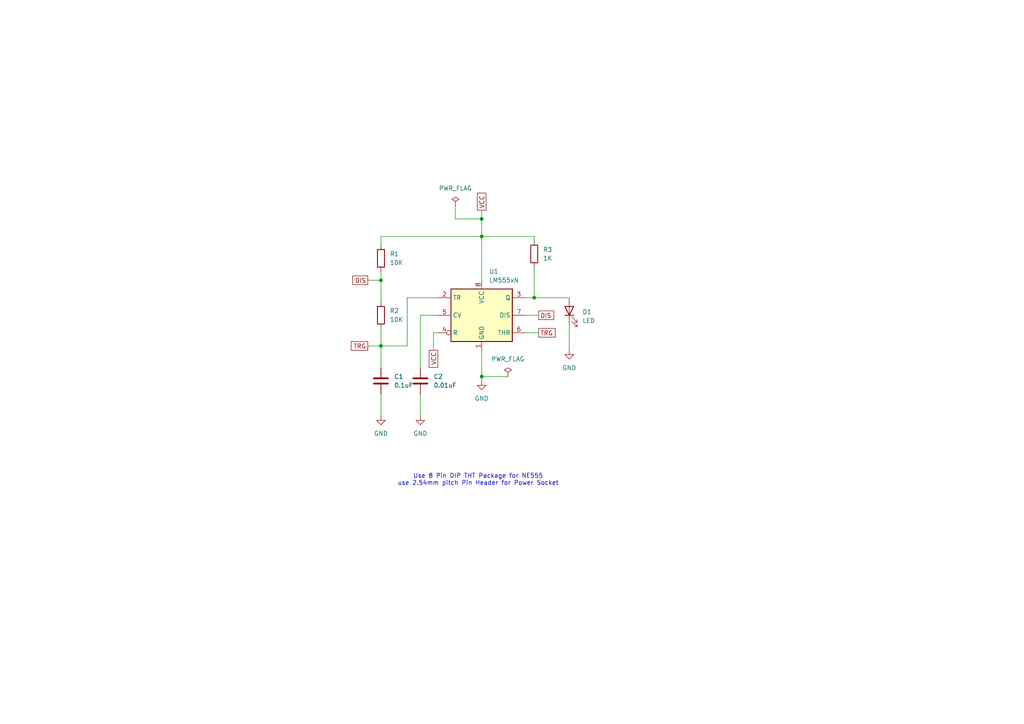
<source format=kicad_sch>
(kicad_sch (version 20250114) (generator "eeschema") (generator_version "9.0")
  (paper "A4")
  (lib_symbols
    (symbol "Device:C" (pin_numbers (hide yes)) (pin_names (offset 0.254))
      (property "Reference" "C" (at 0.635 2.54 0))
      (property "Value" "C" (at 0.635 -2.54 0))
      (symbol "C_0_1"
        (polyline (pts (xy -2.032 0.762) (xy 2.032 0.762)) (stroke (width 0.508)))
        (polyline (pts (xy -2.032 -0.762) (xy 2.032 -0.762)) (stroke (width 0.508)))
      )
      (symbol "C_1_1"
        (pin passive line (at 0 3.81 270) (length 2.794) (name "~") (number "1"))
        (pin passive line (at 0 -3.81 90) (length 2.794) (name "~") (number "2"))
      )
    )
    (symbol "Device:LED" (pin_numbers (hide yes)) (pin_names (offset 1.016) (hide yes))
      (property "Reference" "D" (at 0 2.54 0))
      (property "Value" "LED" (at 0 -2.54 0))
      (symbol "LED_0_1"
        (polyline (pts (xy -3.048 -0.762) (xy -4.572 -2.286) (xy -3.81 -2.286) (xy -4.572 -2.286) (xy -4.572 -1.524)))
        (polyline (pts (xy -1.778 -0.762) (xy -3.302 -2.286) (xy -2.54 -2.286) (xy -3.302 -2.286) (xy -3.302 -1.524)))
        (polyline (pts (xy -1.27 0) (xy 1.27 0)))
        (polyline (pts (xy -1.27 -1.27) (xy -1.27 1.27)) (stroke (width 0.254)))
        (polyline (pts (xy 1.27 -1.27) (xy 1.27 1.27) (xy -1.27 0) (xy 1.27 -1.27)) (stroke (width 0.254)))
      )
      (symbol "LED_1_1"
        (pin passive line (at -3.81 0 0) (length 2.54) (name "K") (number "1"))
        (pin passive line (at 3.81 0 180) (length 2.54) (name "A") (number "2"))
      )
    )
    (symbol "Device:R" (pin_numbers (hide yes)) (pin_names (offset 0))
      (property "Reference" "R" (at 2.032 0 90))
      (property "Value" "R" (at 0 0 90))
      (symbol "R_0_1"
        (rectangle (start -1.016 -2.54) (end 1.016 2.54) (stroke (width 0.254)))
      )
      (symbol "R_1_1"
        (pin passive line (at 0 3.81 270) (length 1.27) (name "~") (number "1"))
        (pin passive line (at 0 -3.81 90) (length 1.27) (name "~") (number "2"))
      )
    )
    (symbol "Timer:LM555xN"
      (property "Reference" "U" (at -10.16 8.89 0))
      (property "Value" "LM555xN" (at 2.54 8.89 0))
      (symbol "LM555xN_0_0"
        (pin power_in line (at 0 10.16 270) (length 2.54) (name "VCC") (number "8"))
        (pin power_in line (at 0 -10.16 90) (length 2.54) (name "GND") (number "1"))
      )
      (symbol "LM555xN_0_1"
        (rectangle (start -8.89 -7.62) (end 8.89 7.62) (stroke (width 0.254)) (fill (type background)))
        (rectangle (start -8.89 -7.62) (end 8.89 7.62) (stroke (width 0.254)) (fill (type background)))
      )
      (symbol "LM555xN_1_1"
        (pin input line (at -12.7 5.08 0) (length 3.81) (name "TR") (number "2"))
        (pin input line (at -12.7 0 0) (length 3.81) (name "CV") (number "5"))
        (pin input inverted (at -12.7 -5.08 0) (length 3.81) (name "R") (number "4"))
        (pin output line (at 12.7 5.08 180) (length 3.81) (name "Q") (number "3"))
        (pin input line (at 12.7 0 180) (length 3.81) (name "DIS") (number "7"))
        (pin input line (at 12.7 -5.08 180) (length 3.81) (name "THR") (number "6"))
      )
    )
    (symbol "power:GND" (power) (pin_numbers (hide yes)) (pin_names (offset 0) (hide yes))
      (property "Value" "GND" (at 0 -3.81 0))
      (symbol "GND_0_1"
        (polyline (pts (xy 0 0) (xy 0 -1.27) (xy 1.27 -1.27) (xy 0 -2.54) (xy -1.27 -1.27) (xy 0 -1.27)))
      )
      (symbol "GND_1_1"
        (pin power_in line (at 0 0 270) (length 0) (name "~") (number "1"))
      )
    )
    (symbol "power:PWR_FLAG" (power) (pin_numbers (hide yes)) (pin_names (offset 0) (hide yes))
      (property "Value" "PWR_FLAG" (at 0 3.81 0))
      (symbol "PWR_FLAG_0_0"
        (pin power_out line (at 0 0 90) (length 0) (name "~") (number "1"))
      )
      (symbol "PWR_FLAG_0_1"
        (polyline (pts (xy 0 0) (xy 0 1.27) (xy -1.016 1.905) (xy 0 2.54) (xy 1.016 1.905) (xy 0 1.27)))
      )
    )
  )
  (text "Use 8 Pin DIP THT Package for NE555\nuse 2.54mm pitch Pin Header for Power Socket" (at 138.684 139.192 0) (effects (font (size 1.27 1.27))))
  (junction (at 110.49 100.33))
  (junction (at 139.7 68.58))
  (junction (at 139.7 109.22))
  (junction (at 110.49 81.28))
  (junction (at 139.7 63.5))
  (junction (at 154.94 86.36))
  (wire (pts (xy 110.49 114.3) (xy 110.49 120.65)))
  (wire (pts (xy 110.49 78.74) (xy 110.49 81.28)))
  (wire (pts (xy 110.49 81.28) (xy 110.49 87.63)))
  (wire (pts (xy 118.11 100.33) (xy 118.11 86.36)))
  (wire (pts (xy 121.92 106.68) (xy 121.92 91.44)))
  (wire (pts (xy 132.08 63.5) (xy 139.7 63.5)))
  (wire (pts (xy 152.4 91.44) (xy 156.21 91.44)))
  (wire (pts (xy 121.92 91.44) (xy 127 91.44)))
  (wire (pts (xy 110.49 68.58) (xy 139.7 68.58)))
  (wire (pts (xy 121.92 114.3) (xy 121.92 120.65)))
  (wire (pts (xy 139.7 101.6) (xy 139.7 109.22)))
  (wire (pts (xy 139.7 68.58) (xy 139.7 81.28)))
  (wire (pts (xy 154.94 86.36) (xy 165.1 86.36)))
  (wire (pts (xy 127 96.52) (xy 125.73 96.52)))
  (wire (pts (xy 139.7 109.22) (xy 139.7 110.49)))
  (wire (pts (xy 139.7 63.5) (xy 139.7 68.58)))
  (wire (pts (xy 106.68 81.28) (xy 110.49 81.28)))
  (wire (pts (xy 139.7 60.96) (xy 139.7 63.5)))
  (wire (pts (xy 110.49 95.25) (xy 110.49 100.33)))
  (wire (pts (xy 139.7 68.58) (xy 154.94 68.58)))
  (wire (pts (xy 154.94 77.47) (xy 154.94 86.36)))
  (wire (pts (xy 125.73 96.52) (xy 125.73 101.6)))
  (wire (pts (xy 132.08 59.69) (xy 132.08 63.5)))
  (wire (pts (xy 152.4 96.52) (xy 156.21 96.52)))
  (wire (pts (xy 106.68 100.33) (xy 110.49 100.33)))
  (wire (pts (xy 165.1 93.98) (xy 165.1 101.6)))
  (wire (pts (xy 118.11 86.36) (xy 127 86.36)))
  (wire (pts (xy 110.49 71.12) (xy 110.49 68.58)))
  (wire (pts (xy 152.4 86.36) (xy 154.94 86.36)))
  (wire (pts (xy 154.94 69.85) (xy 154.94 68.58)))
  (wire (pts (xy 110.49 100.33) (xy 110.49 106.68)))
  (wire (pts (xy 139.7 109.22) (xy 147.32 109.22)))
  (wire (pts (xy 110.49 100.33) (xy 118.11 100.33)))
  (global_label "VCC" (shape passive) (at 125.73 101.6 270) (property "Intersheetrefs" "${INTERSHEET_REFS}" (effects (hide yes))))
  (global_label "TRG" (shape passive) (at 156.21 96.52 0) (property "Intersheetrefs" "${INTERSHEET_REFS}" (effects (hide yes))))
  (global_label "DIS" (shape passive) (at 106.68 81.28 180) (property "Intersheetrefs" "${INTERSHEET_REFS}" (effects (hide yes))))
  (global_label "VCC" (shape passive) (at 139.7 60.96 90) (property "Intersheetrefs" "${INTERSHEET_REFS}" (effects (hide yes))))
  (global_label "TRG" (shape passive) (at 106.68 100.33 180) (property "Intersheetrefs" "${INTERSHEET_REFS}" (effects (hide yes))))
  (global_label "DIS" (shape passive) (at 156.21 91.44 0) (property "Intersheetrefs" "${INTERSHEET_REFS}" (effects (hide yes))))
  (symbol (lib_id "Device:R") (at 110.49 91.44 0) (unit 1)
    (property "Reference" "R2" (at 113.03 90.1699 0) (effects (justify left)))
    (property "Value" "10K" (at 113.03 92.7099 0) (effects (justify left)))
    (property "Footprint" "Resistor_SMD:R_0603_1608Metric" (effects (hide yes)))
    (property "Description" "Resistor" (effects (hide yes)))
  )
  (symbol (lib_id "power:PWR_FLAG") (at 147.32 109.22 0) (unit 1)
    (property "Reference" "#FLG02" (effects (hide yes)))
    (property "Value" "PWR_FLAG" (at 147.32 104.14 0))
    (property "Description" "Special symbol for telling ERC where power comes from" (effects (hide yes)))
  )
  (symbol (lib_id "Timer:LM555xN") (at 139.7 91.44 0) (unit 1)
    (property "Reference" "U1" (at 141.8433 78.74 0) (effects (justify left)))
    (property "Value" "LM555xN" (at 141.8433 81.28 0) (effects (justify left)))
    (property "Footprint" "Package_SO:SOP-8_3.76x4.96mm_P1.27mm" (effects (hide yes)))
    (property "Datasheet" "http://www.ti.com/lit/ds/symlink/lm555.pdf" (effects (hide yes)))
    (property "Description" "Timer, 555 compatible, PDIP-8" (effects (hide yes)))
  )
  (symbol (lib_id "Device:C") (at 121.92 110.49 0) (unit 1)
    (property "Reference" "C2" (at 125.73 109.2199 0) (effects (justify left)))
    (property "Value" "0.01uF" (at 125.73 111.7599 0) (effects (justify left)))
    (property "Footprint" "Capacitor_SMD:C_0603_1608Metric" (effects (hide yes)))
    (property "Description" "Unpolarized capacitor" (effects (hide yes)))
  )
  (symbol (lib_id "power:GND") (at 139.7 110.49 0) (unit 1)
    (property "Reference" "#PWR01" (effects (hide yes)))
    (property "Value" "GND" (at 139.7 115.57 0))
    (property "Description" "Power symbol creates a global label with name \"GND\" , ground" (effects (hide yes)))
  )
  (symbol (lib_id "power:PWR_FLAG") (at 132.08 59.69 0) (unit 1)
    (property "Reference" "#FLG01" (effects (hide yes)))
    (property "Value" "PWR_FLAG" (at 132.08 54.61 0))
    (property "Description" "Special symbol for telling ERC where power comes from" (effects (hide yes)))
  )
  (symbol (lib_id "Device:LED") (at 165.1 90.17 90) (unit 1)
    (property "Reference" "D1" (at 168.91 90.4874 90) (effects (justify right)))
    (property "Value" "LED" (at 168.91 93.0274 90) (effects (justify right)))
    (property "Footprint" "LED_SMD:LED_0603_1608Metric" (effects (hide yes)))
    (property "Description" "Light emitting diode" (effects (hide yes)))
    (property "Sim.Pins" "1=K 2=A" (effects (hide yes)))
  )
  (symbol (lib_id "power:GND") (at 110.49 120.65 0) (unit 1)
    (property "Reference" "#PWR03" (effects (hide yes)))
    (property "Value" "GND" (at 110.49 125.73 0))
    (property "Description" "Power symbol creates a global label with name \"GND\" , ground" (effects (hide yes)))
  )
  (symbol (lib_id "Device:R") (at 154.94 73.66 0) (unit 1)
    (property "Reference" "R3" (at 157.48 72.3899 0) (effects (justify left)))
    (property "Value" "1K" (at 157.48 74.9299 0) (effects (justify left)))
    (property "Footprint" "Resistor_SMD:R_0603_1608Metric" (effects (hide yes)))
    (property "Description" "Resistor" (effects (hide yes)))
  )
  (symbol (lib_id "Device:R") (at 110.49 74.93 0) (unit 1)
    (property "Reference" "R1" (at 113.03 73.6599 0) (effects (justify left)))
    (property "Value" "10K" (at 113.03 76.1999 0) (effects (justify left)))
    (property "Footprint" "Resistor_SMD:R_0603_1608Metric" (effects (hide yes)))
    (property "Description" "Resistor" (effects (hide yes)))
  )
  (symbol (lib_id "Device:C") (at 110.49 110.49 0) (unit 1)
    (property "Reference" "C1" (at 114.3 109.2199 0) (effects (justify left)))
    (property "Value" "0.1uF" (at 114.3 111.7599 0) (effects (justify left)))
    (property "Footprint" "Capacitor_SMD:C_0603_1608Metric" (effects (hide yes)))
    (property "Description" "Unpolarized capacitor" (effects (hide yes)))
  )
  (symbol (lib_id "power:GND") (at 121.92 120.65 0) (unit 1)
    (property "Reference" "#PWR04" (effects (hide yes)))
    (property "Value" "GND" (at 121.92 125.73 0))
    (property "Description" "Power symbol creates a global label with name \"GND\" , ground" (effects (hide yes)))
  )
  (symbol (lib_id "power:GND") (at 165.1 101.6 0) (unit 1)
    (property "Reference" "#PWR02" (effects (hide yes)))
    (property "Value" "GND" (at 165.1 106.68 0))
    (property "Description" "Power symbol creates a global label with name \"GND\" , ground" (effects (hide yes)))
  )
)
</source>
